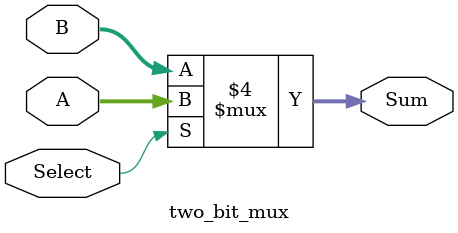
<source format=sv>
module two_bit_mux(input logic [3:0] A, B, 
						input logic Select, 
						output logic [3:0] Sum);

always_comb
begin
if (Select == 1'b1)
	Sum = A;
	else
	Sum = B;

end

endmodule 

</source>
